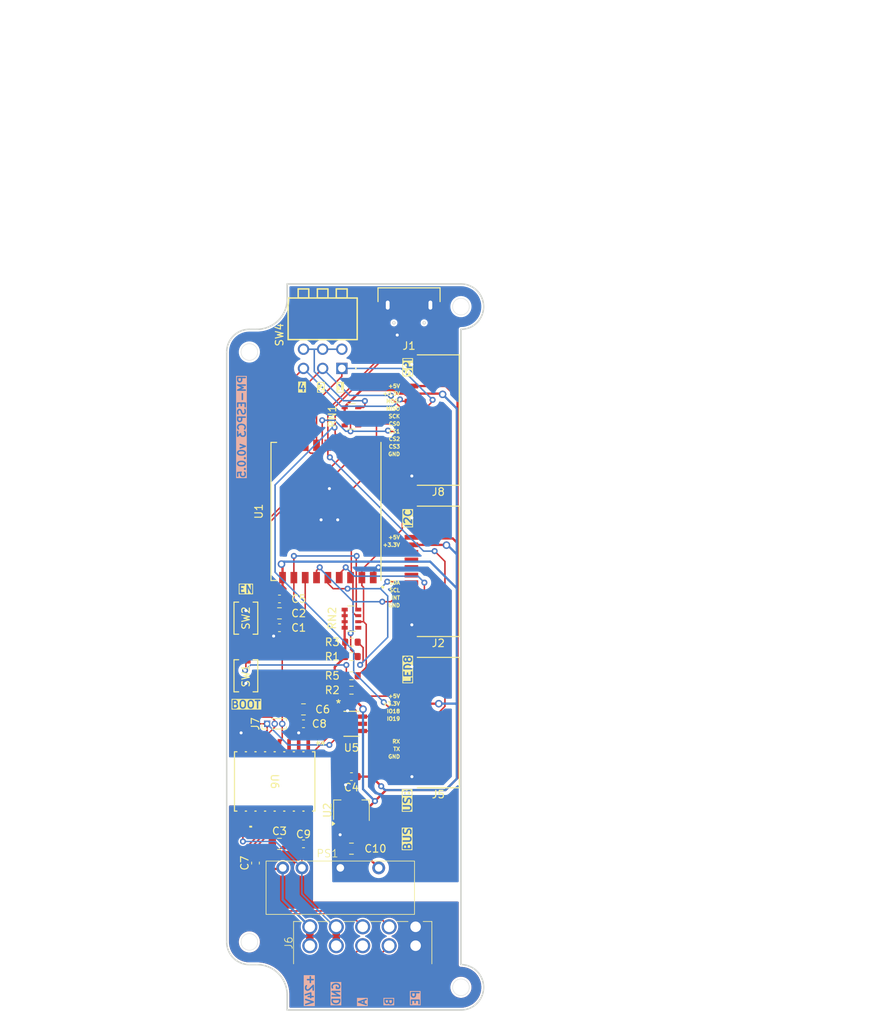
<source format=kicad_pcb>
(kicad_pcb (version 20240108) (generator "pcbnew") (generator_version "8.0")
  (title_block (title "${article} v${version}"))
  (layers (0 "F.Cu" signal) (31 "B.Cu" signal) (34 "B.Paste" user) (35 "F.Paste" user) (36 "B.SilkS" user "B.Silkscreen") (37 "F.SilkS" user "F.Silkscreen") (38 "B.Mask" user) (39 "F.Mask" user) (44 "Edge.Cuts" user))
  (property "article" "PM-ESPC3")
  (property "version" "0.0.5")
  (net 0 "")
  (net 1 "/EN")
  (net 2 "GND")
  (net 4 "/SCL")
  (net 5 "/SDA")
  (net 6 "/USB_D+")
  (net 7 "/USB_D-")
  (net 8 "+5V")
  (net 9 "+3.3V")
  (net 10 "/SCK")
  (net 11 "/CS0")
  (net 12 "/MOSI")
  (net 13 "/MISO")
  (net 14 "/CS1")
  (net 18 "Net-(J5-Pin_2)")
  (net 19 "/UART_RX")
  (net 20 "/UART_TX")
  (net 21 "/B")
  (net 22 "/A")
  (net 23 "/INT")
  (net 24 "/CS2")
  (net 25 "/CS3")
  (net 26 "Net-(J5-Pin_3)")
  (net 27 "GND_ISO")
  (net 31 "Net-(J5-Pin_9)")
  (net 32 "/UART_RTS")
  (net 37 "+3.3V_ISO")
  (net 38 "+24V_ISO")
  (net 39 "PE")
  (net 40 "Net-(RN1A-R1.2)")
  (net 41 "Net-(R5-Pad1)")
  (footprint "kicad_inventree_lib:SW_TS-1088_XNP-M" (layer "F.Cu") (at 48.54 96.19 -90)
    (property "Reference" "SW2")
    (property "Value" "Button")
  )
  (footprint "kicad_inventree_lib:ESP32-C3-WROOM-02U_EXP" (layer "F.Cu") (at 59.14 82.08 90)
    (property "Reference" "U1")
    (property "Value" "ESP32-C3-WROOM-02U-N4")
  )
  (footprint "Capacitor_SMD:C_0603_1608Metric" (layer "F.Cu") (at 56.16 110.16 180)
    (property "Reference" "C8")
    (property "Value" "100nF")
  )
  (footprint "Capacitor_SMD:C_0603_1608Metric" (layer "F.Cu") (at 52.985 97.46 180)
    (property "Reference" "C1")
    (property "Value" "1uF")
  )
  (footprint "kicad_inventree_lib:DA03BLP" (layer "F.Cu") (at 61.24 63.17 180)
    (property "Reference" "SW4")
    (property "Value" "DIP 3 pos" (hide yes))
  )
  (footprint "Package_TO_SOT_SMD:SOT-89-3" (layer "F.Cu") (at 62.51 121.59 90)
    (property "Reference" "U2")
    (property "Value" "CJA1117B-3.3")
  )
  (footprint "kicad_inventree_lib:CONN5_H83-S1S_XKB" (layer "F.Cu") (at 71.43 57.6518 180)
    (property "Reference" "J1")
    (property "Value" "U254-051T-4BH83-S1S")
    (fp_circle (center 3.299972 0.504008) (end 3.469972 0.504008) (stroke (width 0.1)) (fill none) (layer "Edge.Cuts"))
    (fp_circle (center -0.700028 0.504008) (end -0.530028 0.504008) (stroke (width 0.1)) (fill none) (layer "Edge.Cuts"))
  )
  (footprint "Capacitor_SMD:C_0603_1608Metric" (layer "F.Cu") (at 52.985 93.65 180)
    (property "Reference" "C5")
    (property "Value" "1uF")
  )
  (footprint "Resistor_SMD:R_Array_Convex_4x0603" (layer "F.Cu") (at 62.51 96.26)
    (property "Reference" "RN2")
    (property "Value" "10k")
  )
  (footprint "Capacitor_SMD:C_0805_2012Metric" (layer "F.Cu") (at 62.51 126.67 180)
    (property "Reference" "C10")
    (property "Value" "10uF")
  )
  (footprint "kicad_inventree_lib:SOIC16-WBW_CLG" (layer "F.Cu") (at 52.35 117.78 -90)
    (property "Reference" "U6")
    (property "Value" "CA-IS3098W")
  )
  (footprint "kicad_inventree_lib:MountingHole_M2" (layer "F.Cu") (at 49 139)
    (property "Reference" "H2" (hide yes))
    (property "Value" "MountingHole_M2")
    (fp_circle (center 0 0) (end 1.1 0) (stroke (width 0.05)) (fill none) (layer "Edge.Cuts"))
  )
  (footprint "kicad_inventree_lib:CONN10_AFA07-S10_JUS" (layer "F.Cu") (at 74 70 90)
    (property "Reference" "J8")
    (property "Value" "AFA07-S10FCC-00")
  )
  (footprint "Capacitor_SMD:C_0603_1608Metric" (layer "F.Cu") (at 62.51 117.145 180)
    (property "Reference" "C4")
    (property "Value" "22uF")
  )
  (footprint "kicad_inventree_lib:15EDGRHC-THR-3.5-10P" (layer "F.Cu") (at 64 137)
    (property "Reference" "J6")
    (property "Value" "15EDGRHC-THR-3.5-10P")
  )
  (footprint "Resistor_SMD:R_0603_1608Metric" (layer "F.Cu") (at 62.51 99.365)
    (property "Reference" "R3")
    (property "Value" "3k3")
  )
  (footprint "Capacitor_SMD:C_0805_2012Metric" (layer "F.Cu") (at 52.985 126.035)
    (property "Reference" "C3")
    (property "Value" "10uF")
  )
  (footprint "kicad_inventree_lib:DBV6-M" (layer "F.Cu") (at 62.51 110.16)
    (property "Reference" "U5")
    (property "Value" "SN74LVC2G14DBVR")
  )
  (footprint "Capacitor_SMD:C_0603_1608Metric" (layer "F.Cu") (at 56.16 126.035 180)
    (property "Reference" "C9")
    (property "Value" "100nF")
  )
  (footprint "Capacitor_SMD:C_0805_2012Metric" (layer "F.Cu") (at 56.16 108.255 180)
    (property "Reference" "C6")
    (property "Value" "10uF")
  )
  (footprint "kicad_inventree_lib:MountingHole_M2" (layer "F.Cu") (at 77 145)
    (property "Reference" "H4" (hide yes))
    (property "Value" "MountingHole_M2")
    (fp_circle (center 0 0) (end 1.1 0) (stroke (width 0.05)) (fill none) (layer "Edge.Cuts"))
  )
  (footprint "kicad_inventree_lib:CONN10_AFA07-S10_JUS" (layer "F.Cu") (at 74 110 90)
    (property "Reference" "J5")
    (property "Value" "AFA07-S10FCC-00")
  )
  (footprint "Resistor_SMD:R_0603_1608Metric" (layer "F.Cu") (at 62.51 101.27)
    (property "Reference" "R1")
    (property "Value" "3k3")
  )
  (footprint "Capacitor_SMD:C_0805_2012Metric" (layer "F.Cu") (at 52.985 95.555 180)
    (property "Reference" "C2")
    (property "Value" "10uF")
  )
  (footprint "kicad_inventree_lib:SW_TS-1088_XNP-M" (layer "F.Cu") (at 48.54 103.81 90)
    (property "Reference" "SW1")
    (property "Value" "Button")
  )
  (footprint "Connector_PinHeader_1.00mm:PinHeader_1x03_P1.00mm_Vertical" (layer "F.Cu") (at 51.35 110.16 90)
    (property "Reference" "J7")
    (property "Value" "PinHeader_01x03_P1.00_THT_straight")
  )
  (footprint "kicad_inventree_lib:B2405LS-1WR3" (layer "F.Cu") (at 61.0368 129.21)
    (property "Reference" "PS1")
    (property "Value" "24V/5V")
  )
  (footprint "Resistor_SMD:R_0603_1608Metric" (layer "F.Cu") (at 62.51 105.715)
    (property "Reference" "R2")
    (property "Value" "330R")
  )
  (footprint "kicad_inventree_lib:CONN10_AFA07-S10_JUS" (layer "F.Cu") (at 74 90 90)
    (property "Reference" "J2")
    (property "Value" "AFA07-S10FCC-00")
  )
  (footprint "Resistor_SMD:R_0603_1608Metric" (layer "F.Cu") (at 62.51 103.81)
    (property "Reference" "R5")
    (property "Value" "330R")
  )
  (footprint "kicad_inventree_lib:MountingHole_M2" (layer "F.Cu") (at 77 55)
    (property "Reference" "H3" (hide yes))
    (property "Value" "MountingHole_M2")
    (fp_circle (center 0 0) (end 1.1 0) (stroke (width 0.05)) (fill none) (layer "Edge.Cuts"))
  )
  (footprint "Resistor_SMD:R_Array_Convex_4x0603" (layer "F.Cu") (at 62.51 69.52)
    (property "Reference" "RN1")
    (property "Value" "10k")
  )
  (footprint "kicad_inventree_lib:MountingHole_M2" (layer "F.Cu") (at 49 61)
    (property "Reference" "H1" (hide yes))
    (property "Value" "MountingHole_M2")
    (fp_circle (center 0 0) (end 1.1 0) (stroke (width 0.05)) (fill none) (layer "Edge.Cuts"))
  )
  (footprint "Capacitor_SMD:C_0603_1608Metric" (layer "F.Cu") (at 49.81 128.575 90)
    (property "Reference" "C7")
    (property "Value" "1uF")
  )
  (gr_arc (start 49 142) (mid 46.87868 141.12132) (end 46 139) (stroke (width 0.2)) (layer "Edge.Cuts"))
  (gr_arc (start 54 54) (mid 52.828427 56.828427) (end 50 58) (stroke (width 0.2)) (layer "Edge.Cuts"))
  (gr_line (start 54 148) (end 54 146) (stroke (width 0.2)) (layer "Edge.Cuts"))
  (gr_line (start 50 58) (end 49 58) (stroke (width 0.2)) (layer "Edge.Cuts"))
  (gr_line (start 50 142) (end 49 142) (stroke (width 0.2)) (layer "Edge.Cuts"))
  (gr_arc (start 46 61) (mid 46.87868 58.87868) (end 49 58) (stroke (width 0.2)) (layer "Edge.Cuts"))
  (gr_arc (start 50 142) (mid 52.828427 143.171573) (end 54 146) (stroke (width 0.2)) (layer "Edge.Cuts"))
  (gr_line (start 54 52) (end 54 54) (stroke (width 0.2)) (layer "Edge.Cuts"))
  (gr_line (start 77 142) (end 77 58) (stroke (width 0.2)) (layer "Edge.Cuts"))
  (gr_arc (start 77 142) (mid 80 145) (end 77 148) (stroke (width 0.2)) (layer "Edge.Cuts"))
  (gr_line (start 46 61) (end 46 139) (stroke (width 0.2)) (layer "Edge.Cuts"))
  (gr_line (start 77 52) (end 54 52) (stroke (width 0.2)) (layer "Edge.Cuts"))
  (gr_line (start 77 148) (end 54 148) (stroke (width 0.2)) (layer "Edge.Cuts"))
  (gr_arc (start 77 52) (mid 80 55) (end 77 58) (stroke (width 0.2)) (layer "Edge.Cuts"))
  (gr_text "B" (at 67.5 147.5 90) (layer "B.SilkS" knockout) (effects (font (size 1 1) (thickness 0.2) (bold yes)) (justify right mirror)))
  (gr_text "PE" (at 71 147.5 90) (layer "B.SilkS" knockout) (effects (font (size 1 1) (thickness 0.2) (bold yes)) (justify right mirror)))
  (gr_text "${article} v${version}" (at 48 64 90) (layer "B.SilkS" knockout) (effects (font (size 1 1) (thickness 0.2) (bold yes)) (justify left mirror)))
  (gr_text "GND" (at 60.5 147.5 90) (layer "B.SilkS" knockout) (effects (font (size 1 1) (thickness 0.2) (bold yes)) (justify right mirror)))
  (gr_text "+24V" (at 57 147.5 90) (layer "B.SilkS" knockout) (effects (font (size 1 1) (thickness 0.2) (bold yes)) (justify right mirror)))
  (gr_text "A" (at 64 147.5 90) (layer "B.SilkS" knockout) (effects (font (size 1 1) (thickness 0.2) (bold yes)) (justify right mirror)))
  (gr_text "CS3" (at 69 73.5 0) (layer "F.SilkS") (effects (font (size 0.5 0.5) (thickness 0.125) (bold yes)) (justify right)))
  (gr_text "SCK" (at 69 69.5 0) (layer "F.SilkS") (effects (font (size 0.5 0.5) (thickness 0.125) (bold yes)) (justify right)))
  (gr_text "INT" (at 69 93.5 0) (layer "F.SilkS") (effects (font (size 0.5 0.5) (thickness 0.125) (bold yes)) (justify right)))
  (gr_text "IO19" (at 69 109.5 0) (layer "F.SilkS") (effects (font (size 0.5 0.5) (thickness 0.125) (bold yes)) (justify right)))
  (gr_text "+3.3V" (at 69 107.5 0) (layer "F.SilkS") (effects (font (size 0.5 0.5) (thickness 0.125) (bold yes)) (justify right)))
  (gr_text "LED8" (at 70 103 90) (layer "F.SilkS" knockout) (effects (font (size 1 1) (thickness 0.2) (bold yes))))
  (gr_text "EN" (at 48.54 92.38 0) (layer "F.SilkS" knockout) (effects (font (size 1 1) (thickness 0.2) (bold yes))))
  (gr_text "TX" (at 69 113.5 0) (layer "F.SilkS") (effects (font (size 0.5 0.5) (thickness 0.125) (bold yes)) (justify right)))
  (gr_text "I2C" (at 70 83 90) (layer "F.SilkS" knockout) (effects (font (size 1 1) (thickness 0.2) (bold yes))))
  (gr_text "BOOT" (at 48.54 107.62 0) (layer "F.SilkS" knockout) (effects (font (size 1 1) (thickness 0.2) (bold yes))))
  (gr_text "+3.3V" (at 69 86.5 0) (layer "F.SilkS") (effects (font (size 0.5 0.5) (thickness 0.125) (bold yes)) (justify right)))
  (gr_text "CS2" (at 69 72.5 0) (layer "F.SilkS") (effects (font (size 0.5 0.5) (thickness 0.125) (bold yes)) (justify right)))
  (gr_text "4" (at 55.95 65.71 0) (layer "F.SilkS" knockout) (effects (font (size 1 1) (thickness 0.2) (bold yes))))
  (gr_text "USB" (at 69.92 120.32 90) (layer "F.SilkS" knockout) (effects (font (size 1 1) (thickness 0.2) (bold yes))))
  (gr_text "GND" (at 69 94.5 0) (layer "F.SilkS") (effects (font (size 0.5 0.5) (thickness 0.125) (bold yes)) (justify right)))
  (gr_text "SDA" (at 69 91.5 0) (layer "F.SilkS") (effects (font (size 0.5 0.5) (thickness 0.125) (bold yes)) (justify right)))
  (gr_text "+5V" (at 69 85.5 0) (layer "F.SilkS") (effects (font (size 0.5 0.5) (thickness 0.125) (bold yes)) (justify right)))
  (gr_text "+3.3V" (at 69 66.5 0) (layer "F.SilkS") (effects (font (size 0.5 0.5) (thickness 0.125) (bold yes)) (justify right)))
  (gr_text "2" (at 58.49 65.71 0) (layer "F.SilkS" knockout) (effects (font (size 1 1) (thickness 0.2) (bold yes))))
  (gr_text "SPI" (at 70 63 90) (layer "F.SilkS" knockout) (effects (font (size 1 1) (thickness 0.2) (bold yes))))
  (gr_text "MISO" (at 69 68.5 0) (layer "F.SilkS") (effects (font (size 0.5 0.5) (thickness 0.125) (bold yes)) (justify right)))
  (gr_text "MOSI" (at 69 67.5 0) (layer "F.SilkS") (effects (font (size 0.5 0.5) (thickness 0.125) (bold yes)) (justify right)))
  (gr_text "IO18" (at 69 108.5 0) (layer "F.SilkS") (effects (font (size 0.5 0.5) (thickness 0.125) (bold yes)) (justify right)))
  (gr_text "SCL" (at 69 92.5 0) (layer "F.SilkS") (effects (font (size 0.5 0.5) (thickness 0.125) (bold yes)) (justify right)))
  (gr_text "+5V" (at 69 106.5 0) (layer "F.SilkS") (effects (font (size 0.5 0.5) (thickness 0.125) (bold yes)) (justify right)))
  (gr_text "CS0" (at 69 70.5 0) (layer "F.SilkS") (effects (font (size 0.5 0.5) (thickness 0.125) (bold yes)) (justify right)))
  (gr_text "GND" (at 69 114.5 0) (layer "F.SilkS") (effects (font (size 0.5 0.5) (thickness 0.125) (bold yes)) (justify right)))
  (gr_text "CS1" (at 69 71.5 0) (layer "F.SilkS") (effects (font (size 0.5 0.5) (thickness 0.125) (bold yes)) (justify right)))
  (gr_text "+5V" (at 69 65.5 0) (layer "F.SilkS") (effects (font (size 0.5 0.5) (thickness 0.125) (bold yes)) (justify right)))
  (gr_text "BUS" (at 69.92 125.4 90) (layer "F.SilkS" knockout) (effects (font (size 1 1) (thickness 0.2) (bold yes))))
  (gr_text "GND" (at 69 74.5 0) (layer "F.SilkS") (effects (font (size 0.5 0.5) (thickness 0.125) (bold yes)) (justify right)))
  (gr_text "RX" (at 69 112.5 0) (layer "F.SilkS") (effects (font (size 0.5 0.5) (thickness 0.125) (bold yes)) (justify right)))
  (gr_text "1" (at 61.03 65.71 0) (layer "F.SilkS" knockout) (effects (font (size 1 1) (thickness 0.2) (bold yes))))
  (segment (start 49.464 98.476) (end 48.54 98.476) (width 0.2) (layer "F.Cu") (net 1))
  (segment (start 54.89 87.9691) (end 54.89 96.33) (width 0.2) (layer "F.Cu") (net 1))
  (segment (start 53.76 98.0119) (end 52.5059 99.266) (width 0.2) (layer "F.Cu") (net 1))
  (segment (start 54.89 96.33) (end 53.76 97.46) (width 0.2) (layer "F.Cu") (net 1))
  (segment (start 63.1928 87.9691) (end 63.1438 88.0181) (width 0.2) (layer "F.Cu") (net 1))
  (segment (start 53.76 97.46) (end 53.76 98.0119) (width 0.2) (layer "F.Cu") (net 1))
  (segment (start 63.1438 94.7938) (end 63.41 95.06) (width 0.2) (layer "F.Cu") (net 1))
  (segment (start 50.254 99.266) (end 49.464 98.476) (width 0.2) (layer "F.Cu") (net 1))
  (segment (start 63.1438 88.0181) (end 63.1438 94.7938) (width 0.2) (layer "F.Cu") (net 1))
  (segment (start 52.5059 99.266) (end 50.254 99.266) (width 0.2) (layer "F.Cu") (net 1))
  (via (at 54.89 87.9691) (size 0.8) (drill 0.4) (layers "F.Cu" "B.Cu") (net 1))
  (via (at 63.1928 87.9691) (size 0.8) (drill 0.4) (layers "F.Cu" "B.Cu") (net 1))
  (segment (start 63.1928 87.9691) (end 54.89 87.9691) (width 0.2) (layer "B.Cu") (net 1))
  (segment (start 59.59 81.12) (end 59.59 80.02) (width 0.2) (layer "F.Cu") (net 2))
  (segment (start 70.444 77.3422) (end 70.4969 77.3951) (width 0.2) (layer "F.Cu") (net 2))
  (segment (start 52.21 97.46) (end 52.21 98.561) (width 0.2) (layer "F.Cu") (net 2))
  (segment (start 70.8137 102.922) (end 70.8137 103.15) (width 0.2) (layer "F.Cu") (net 2))
  (segment (start 55.385 109.525) (end 55.385 107.62) (width 0.2) (layer "F.Cu") (net 2))
  (segment (start 70.5003 94.5563) (end 70.444 94.5) (width 0.2) (layer "F.Cu") (net 2))
  (segment (start 70.5894 82.9257) (end 70.5003 82.9257) (width 0.2) (layer "F.Cu") (net 2))
  (segment (start 72.614 83.15) (end 70.8137 83.15) (width 0.2) (layer "F.Cu") (net 2))
  (segment (start 60.69 83.1897) (end 60.69 82.22) (width 0.2) (layer "F.Cu") (net 2))
  (segment (start 70.8137 103.15) (end 72.614 103.15) (width 0.2) (layer "F.Cu") (net 2))
  (segment (start 68.568 58.7579) (end 68.8301 58.4958) (width 0.2) (layer "F.Cu") (net 2))
  (segment (start 71.6474 114.5) (end 71.6474 114.988) (width 0.2) (layer "F.Cu") (net 2))
  (segment (start 67.305 55.9495) (end 67.03 56.2245) (width 0.2) (layer "F.Cu") (net 2))
  (segment (start 58.49 83.1898) (end 58.49 82.22) (width 0.2) (layer "F.Cu") (net 2))
  (segment (start 48.54 95.1876) (end 48.54 93.904) (width 0.2) (layer "F.Cu") (net 2))
  (segment (start 70.722998 96.850002) (end 72.614001 96.850002) (width 0.2) (layer "F.Cu") (net 2))
  (segment (start 47.905 112.903) (end 47.905 112.9032) (width 0.2) (layer "F.Cu") (net 2))
  (segment (start 71.1208 115.119) (end 70.5119 115.728) (width 0.2) (layer "F.Cu") (net 2))
  (segment (start 68.8301 58.4958) (end 68.8301 57.4729) (width 0.2) (layer "F.Cu") (net 2))
  (segment (start 70.444 74.499991) (end 70.444 77.3422) (width 0.2) (layer "F.Cu") (net 2))
  (segment (start 52.21 95.555) (end 52.21 93.65) (width 0.2) (layer "F.Cu") (net 2))
  (segment (start 61.0432 110.16) (end 61.9355 110.16) (width 0.2) (layer "F.Cu") (net 2))
  (segment (start 58.49 82.22) (end 58.49 81.12) (width 0.2) (layer "F.Cu") (net 2))
  (segment (start 61.01 124.83) (end 61.735 125.555) (width 0.2) (layer "F.Cu") (net 2))
  (segment (start 60.69 81.12) (end 60.69 80.02) (width 0.2) (layer "F.Cu") (net 2))
  (segment (start 70.5003 97.0727) (end 70.722998 96.850002) (width 0.2) (layer "F.Cu") (net 2))
  (segment (start 70.444 114.5) (end 71.6474 114.5) (width 0.2) (layer "F.Cu") (net 2))
  (segment (start 47.905 111.357) (end 47.905 112.903) (width 0.2) (layer "F.Cu") (net 2))
  (segment (start 71.5158 115.119) (end 71.1208 115.119) (width 0.2) (layer "F.Cu") (net 2))
  (segment (start 55.525 112.903) (end 55.525 112.9032) (width 0.2) (layer "F.Cu") (net 2))
  (segment (start 71.6474 114.988) (end 71.5158 115.119) (width 0.2) (layer "F.Cu") (net 2))
  (segment (start 70.8137 116.85) (end 72.614 116.85) (width 0.2) (layer "F.Cu") (net 2))
  (segment (start 61.9355 110.16) (end 61.996 110.1) (width 0.2) (layer "F.Cu") (net 2))
  (segment (start 48.54 104.812) (end 48.54 106.096) (width 0.2) (layer "F.Cu") (net 2))
  (segment (start 61.01 124.83) (end 61.01 123.54) (width 0.2) (layer "F.Cu") (net 2))
  (segment (start 70.8137 62.9586) (end 70.8137 63.15) (width 0.2) (layer "F.Cu") (net 2))
  (segment (start 70.5003 97.0727) (end 70.5003 94.5563) (width 0.2) (layer "F.Cu") (net 2))
  (segment (start 59.59 80.02) (end 59.59 79.0624) (width 0.2) (layer "F.Cu") (net 2))
  (segment (start 67.03 56.2245) (end 67.03 57.3478) (width 0.2) (layer "F.Cu") (net 2))
  (segment (start 55.525 111.355) (end 55.525 112.903) (width 0.2) (layer "F.Cu") (net 2))
  (segment (start 59.59 82.22) (end 59.59 81.12) (width 0.2) (layer "F.Cu") (net 2))
  (segment (start 73.23 56.2245) (end 73.23 57.3478) (width 0.2) (layer "F.Cu") (net 2))
  (segment (start 72.955 54.7978) (end 72.955 55.9495) (width 0.2) (layer "F.Cu") (net 2))
  (segment (start 72.955 55.9495) (end 73.23 56.2245) (width 0.2) (layer "F.Cu") (net 2))
  (segment (start 70.4969 62.6418) (end 70.8137 62.9586) (width 0.2) (layer "F.Cu") (net 2))
  (segment (start 70.8137 63.15) (end 72.614 63.15) (width 0.2) (layer "F.Cu") (net 2))
  (segment (start 65.39 90.83) (end 65.39 90.1818) (width 0.2) (layer "F.Cu") (net 2))
  (segment (start 52.21 97.46) (end 52.21 95.555) (width 0.2) (layer "F.Cu") (net 2))
  (segment (start 70.5119 117.152) (end 70.8137 116.85) (width 0.2) (layer "F.Cu") (net 2))
  (segment (start 70.4969 77.3951) (end 72.068903 77.3951) (width 0.2) (layer "F.Cu") (net 2))
  (segment (start 55.385 111.215) (end 55.385 109.525) (width 0.2) (layer "F.Cu") (net 2))
  (segment (start 70.5119 115.728) (end 70.5119 117.152) (width 0.2) (layer "F.Cu") (net 2))
  (segment (start 58.49 81.12) (end 58.49 80.02) (width 0.2) (layer "F.Cu") (net 2))
  (segment (start 60.69 82.22) (end 60.69 81.12) (width 0.2) (layer "F.Cu") (net 2))
  (segment (start 61.735 125.555) (end 61.735 126.67) (width 0.2) (layer "F.Cu") (net 2))
  (segment (start 70.8137 83.15) (end 70.5894 82.9257) (width 0.2) (layer "F.Cu") (net 2))
  (segment (start 72.068903 77.3951) (end 72.614001 76.850002) (width 0.2) (layer "F.Cu") (net 2))
  (segment (start 61.735 118.228) (end 61.735 117.145) (width 0.2) (layer "F.Cu") (net 2))
  (segment (start 70.5003 97.0727) (end 70.591 97.0727) (width 0.2) (layer "F.Cu") (net 2))
  (segment (start 61.996 110.1) (end 61.996 108.434) (width 0.2) (layer "F.Cu") (net 2))
  (segment (start 65.39 90.1818) (end 66.0883 89.4835) (width 0.2) (layer "F.Cu") (net 2))
  (segment (start 70.4969 102.605) (end 70.8137 102.922) (width 0.2) (layer "F.Cu") (net 2))
  (segment (start 55.525 111.355) (end 55.385 111.215) (width 0.2) (layer "F.Cu") (net 2))
  (segment (start 67.305 54.7978) (end 67.305 55.9495) (width 0.2) (layer "F.Cu") (net 2))
  (via (at 70.4969 62.6418) (size 0.8) (drill 0.4) (layers "F.Cu" "B.Cu") (net 2))
  (via (at 52.21 98.561) (size 0.8) (drill 0.4) (layers "F.Cu" "B.Cu") (net 2))
  (via (at 59.59 79.0624) (size 0.8) (drill 0.4) (layers "F.Cu" "B.Cu") (net 2))
  (via (at 70.4969 102.605) (size 0.8) (drill 0.4) (layers "F.Cu" "B.Cu") (net 2))
  (via (at 47.905 111.357) (size 0.8) (drill 0.4) (layers "F.Cu" "B.Cu") (net 2))
  (via (at 48.54 104.812) (size 0.8) (drill 0.4) (layers "F.Cu" "B.Cu") (net 2))
  (via (at 70.4969 77.3951) (size 0.8) (drill 0.4) (layers "F.Cu" "B.Cu") (net 2))
  (via (at 70.5003 82.9257) (size 0.8) (drill 0.4) (layers "F.Cu" "B.Cu") (net 2))
  (via (at 60.69 83.1897) (size 0.8) (drill 0.4) (layers "F.Cu" "B.Cu") (net 2))
  (via (at 61.01 124.83) (size 0.8) (drill 0.4) (layers "F.Cu" "B.Cu") (net 2))
  (via (at 48.54 95.1876) (size 0.8) (drill 0.4) (layers "F.Cu" "B.Cu") (net 2))
  (via (at 66.0883 89.4835) (size 0.8) (drill 0.4) (layers "F.Cu" "B.Cu") (net 2))
  (via (at 55.525 111.355) (size 0.8) (drill 0.4) (layers "F.Cu" "B.Cu") (net 2))
  (via (at 68.568 58.7579) (size 0.8) (drill 0.4) (layers "F.Cu" "B.Cu") (net 2))
  (via (at 58.49 83.1898) (size 0.8) (drill 0.4) (layers "F.Cu" "B.Cu") (net 2))
  (via (at 70.5003 97.0727) (size 0.8) (drill 0.4) (layers "F.Cu" "B.Cu") (net 2))
  (via (at 61.996 108.434) (size 0.8) (drill 0.4) (layers "F.Cu" "B.Cu") (net 2))
  (via (at 70.5119 117.152) (size 0.8) (drill 0.4) (layers "F.Cu" "B.Cu") (net 2))
  (via (at 61.735 118.228) (size 0.8) (drill 0.4) (layers "F.Cu" "B.Cu") (net 2))
  (segment (start 62.4059 100.341) (end 62.4059 98.1861) (width 0.2) (layer "F.Cu") (net 4))
  (segment (start 57.89 89.8967) (end 58.3122 89.4745) (width 0.2) (layer "F.Cu") (net 4))
  (segment (start 69.2406 92.5) (end 70.444 92.5) (width 0.2) (layer "F.Cu") (net 4))
  (segment (start 66.5903 94.017) (end 67.7236 94.017) (width 0.2) (layer "F.Cu") (net 4))
  (segment (start 63.335 101.27) (end 62.4059 100.341) (width 0.2) (layer "F.Cu") (net 4))
  (segment (start 67.7236 94.017) (end 69.2406 92.5) (width 0.2) (layer "F.Cu") (net 4))
  (segment (start 57.89 90.83) (end 57.89 89.8967) (width 0.2) (layer "F.Cu") (net 4))
  (via (at 62.4059 98.1861) (size 0.8) (drill 0.4) (layers "F.Cu" "B.Cu") (net 4))
  (via (at 58.3122 89.4745) (size 0.8) (drill 0.4) (layers "F.Cu" "B.Cu") (net 4))
  (via (at 66.5903 94.017) (size 0.8) (drill 0.4) (layers "F.Cu" "B.Cu") (net 4))
  (segment (start 62.7312 94.017) (end 62.7312 97.8608) (width 0.2) (layer "B.Cu") (net 4))
  (segment (start 62.7312 94.017) (end 66.5903 94.017) (width 0.2) (layer "B.Cu") (net 4))
  (segment (start 62.7312 97.8608) (end 62.4059 98.1861) (width 0.2) (layer "B.Cu") (net 4))
  (segment (start 58.3122 89.598) (end 62.7312 94.017) (width 0.2) (layer "B.Cu") (net 4))
  (segment (start 58.3122 89.4745) (end 58.3122 89.598) (width 0.2) (layer "B.Cu") (net 4))
  (segment (start 69.2406 91.5) (end 69.1127 91.3721) (width 0.2) (layer "F.Cu") (net 5))
  (segment (start 60.091 92.291) (end 61.9974 92.291) (width 0.2) (layer "F.Cu") (net 5))
  (segment (start 63.335 99.365) (end 64.0543 100.084) (width 0.2) (layer "F.Cu") (net 5))
  (segment (start 69.1127 91.3721) (end 67.2516 91.3721) (width 0.2) (layer "F.Cu") (net 5))
  (segment (start 64.0543 100.084) (end 64.0543 101.97) (width 0.2) (layer "F.Cu") (net 5))
  (segment (start 59.39 91.59) (end 60.091 92.291) (width 0.2) (layer "F.Cu") (net 5))
  (segment (start 70.444 91.5) (end 69.2406 91.5) (width 0.2) (layer "F.Cu") (net 5))
  (segment (start 59.39 90.83) (end 59.39 91.59) (width 0.2) (layer "F.Cu") (net 5))
  (segment (start 64.0543 101.97) (end 63.6559 102.369) (width 0.2) (layer "F.Cu") (net 5))
  (via (at 61.9974 92.291) (size 0.8) (drill 0.4) (layers "F.Cu" "B.Cu") (net 5))
  (via (at 63.6559 102.369) (size 0.8) (drill 0.4) (layers "F.Cu" "B.Cu") (net 5))
  (via (at 67.2516 91.3721) (size 0.8) (drill 0.4) (layers "F.Cu" "B.Cu") (net 5))
  (segment (start 67.312 93.2703) (end 67.312 98.7127) (width 0.2) (layer "B.Cu") (net 5))
  (segment (start 67.312 98.7127) (end 63.6559 102.369) (width 0.2) (layer "B.Cu") (net 5))
  (segment (start 66.3327 92.291) (end 67.2516 91.3721) (width 0.2) (layer "B.Cu") (net 5))
  (segment (start 61.9974 92.291) (end 66.3327 92.291) (width 0.2) (layer "B.Cu") (net 5))
  (segment (start 66.3327 92.291) (end 67.312 93.2703) (width 0.2) (layer "B.Cu") (net 5))
  (segment (start 68.96315 59.468) (end 68.567314 59.468) (width 0.2) (layer "F.Cu") (net 6))
  (segment (start 74.88 107.8582) (end 73.2382 109.5) (width 0.2) (layer "F.Cu") (net 6))
  (segment (start 70.130028 57.472908) (end 70.130028 58.301122) (width 0.2) (layer "F.Cu") (net 6))
  (segment (start 68.567314 59.468) (end 59.39 68.645314) (width 0.2) (layer "F.Cu") (net 6))
  (segment (start 59.39 68.645314) (end 59.39 73.33) (width 0.2) (layer "F.Cu") (net 6))
  (segment (start 74.88 88.6901) (end 74.88 107.8582) (width 0.2) (layer "F.Cu") (net 6))
  (segment (start 73.2382 109.5) (end 70.444 109.5) (width 0.2) (layer "F.Cu") (net 6))
  (segment (start 70.130028 58.301122) (end 68.96315 59.468) (width 0.2) (layer "F.Cu") (net 6))
  (segment (start 73.5149 87.325) (end 74.88 88.6901) (width 0.2) (layer "F.Cu") (net 6))
  (segment (start 59.39 74.6646) (end 59.6517 74.9263) (width 0.2) (layer "F.Cu") (net 6))
  (segment (start 59.39 73.33) (end 59.39 74.6646) (width 0.2) (layer "F.Cu") (net 6))
  (via (at 73.5149 87.325) (size 0.8) (drill 0.4) (layers "F.Cu" "B.Cu") (net 6))
  (via (at 59.6517 74.9263) (size 0.8) (drill 0.4) (layers "F.Cu" "B.Cu") (net 6))
  (segment (start 59.6517 74.9263) (end 72.0504 87.325) (width 0.2) (layer "B.Cu") (net 6))
  (segment (start 72.0504 87.325) (end 73.5149 87.325) (width 0.2) (layer "B.Cu") (net 6))
  (segment (start 60.351 71.806) (end 60.89 72.345) (width 0.2) (layer "F.Cu") (net 7))
  (segment (start 70.780014 58.216822) (end 69.128836 59.868) (width 0.2) (layer "F.Cu") (net 7))
  (segment (start 69.128836 59.868) (end 68.733 59.868) (width 0.2) (layer "F.Cu") (net 7))
  (segment (start 68.733 59.868) (end 60.351 68.25) (width 0.2) (layer "F.Cu") (net 7))
  (segment (start 67.9796 108.5) (end 66.7796 107.3) (width 0.2) (layer "F.Cu") (net 7))
  (segment (start 70.444 108.5) (end 67.9796 108.5) (width 0.2) (layer "F.Cu") (net 7))
  (segment (start 70.780014 57.472908) (end 70.780014 58.216822) (width 0.2) (layer "F.Cu") (net 7))
  (segment (start 60.351 68.25) (end 60.351 71.806) (width 0.2) (layer "F.Cu") (net 7))
  (segment (start 60.272725 71.059125) (end 60.351 71.1374) (width 0.2) (layer "F.Cu") (net 7))
  (segment (start 60.272725 70.995275) (end 60.272725 71.059125) (width 0.2) (layer "F.Cu") (net 7))
  (segment (start 60.89 72.345) (end 60.89 73.33) (width 0.2) (layer "F.Cu") (net 7))
  (via (at 60.272725 70.995275) (size 0.8) (drill 0.4) (layers "F.Cu" "B.Cu") (net 7))
  (via (at 66.7796 107.3) (size 0.8) (drill 0.4) (layers "F.Cu" "B.Cu") (net 7))
  (segment (start 62.8029 103.323) (end 66.7796 107.3) (width 0.2) (layer "B.Cu") (net 7))
  (segment (start 60.272725 70.995275) (end 59.987925 70.995275) (width 0.2) (layer "B.Cu") (net 7))
  (segment (start 52.4031 90.1195) (end 62.8029 100.519) (width 0.2) (layer "B.Cu") (net 7))
  (segment (start 62.8029 100.519) (end 62.8029 103.323) (width 0.2) (layer "B.Cu") (net 7))
  (segment (start 59.987925 70.995275) (end 52.4031 78.5801) (width 0.2) (layer "B.Cu") (net 7))
  (segment (start 52.4031 78.5801) (end 52.4031 90.1195) (width 0.2) (layer "B.Cu") (net 7))
  (segment (start 70.444 85.500009) (end 70.592991 85.649) (width 0.3) (layer "F.Cu") (net 8))
  (segment (start 64.01 123.852) (end 63.46 124.402) (width 0.3) (layer "F.Cu") (net 8))
  (segment (start 64.01 123.54) (end 64.01 121.992943) (width 0.3) (layer "F.Cu") (net 8))
  (segment (start 65.620471 120.382472) (end 65.620471 120.382471) (width 0.3) (layer "F.Cu") (net 8))
  (segment (start 65.620472 120.382471) (end 67.079943 118.923) (width 0.3) (layer "F.Cu") (net 8))
  (segment (start 74.978009 65.500009) (end 70.444 65.500009) (width 0.3) (layer "F.Cu") (net 8))
  (segment (start 64.01 121.992943) (end 65.620471 120.382472) (width 0.3) (layer "F.Cu") (net 8))
  (segment (start 74.956 118.923) (end 76.55 117.329) (width 0.3) (layer "F.Cu") (net 8))
  (segment (start 67.079943 118.923) (end 74.956 118.923) (width 0.3) (layer "F.Cu") (net 8))
  (segment (start 76.55 67.072) (end 74.978009 65.500009) (width 0.3) (layer "F.Cu") (net 8))
  (segment (start 64.01 123.54) (end 64.01 123.852) (width 0.3) (layer "F.Cu") (net 8))
  (segment (start 63.46 124.402) (end 63.46 126.67) (width 0.3) (layer "F.Cu") (net 8))
  (segment (start 76.55 117.329) (end 76.55 67.072) (width 0.3) (layer "F.Cu") (net 8))
  (segment (start 63.5768 126.67) (end 63.46 126.67) (width 0.3) (layer "F.Cu") (net 8))
  (segment (start 66.1168 129.21) (end 63.5768 126.67) (width 0.3) (layer "F.Cu") (net 8))
  (segment (start 75.915 85.649) (end 76.55 86.284) (width 0.3) (layer "F.Cu") (net 8))
  (segment (start 65.620471 120.382471) (end 65.620472 120.382471) (width 0.3) (layer "F.Cu") (net 8))
  (segment (start 70.592991 85.649) (end 75.915 85.649) (width 0.3) (layer "F.Cu") (net 8))
  (segment (start 64.0376 108.0676) (end 64.0376 108.226) (width 0.3) (layer "F.Cu") (net 8))
  (segment (start 61.685 105.715) (end 64.0376 108.0676) (width 0.3) (layer "F.Cu") (net 8))
  (via (at 65.620471 120.382471) (size 0.8) (drill 0.4) (layers "F.Cu" "B.Cu") (net 8))
  (via (at 64.0376 108.226) (size 1) (drill 0.6) (layers "F.Cu" "B.Cu") (net 8))
  (segment (start 65.620471 120.382471) (end 64.0376 118.7996) (width 0.3) (layer "B.Cu") (net 8))
  (segment (start 64.0376 118.7996) (end 64.0376 108.226) (width 0.3) (layer "B.Cu") (net 8))
  (segment (start 63.9769 110.16) (end 63.0347 110.16) (width 0.3) (layer "F.Cu") (net 9))
  (segment (start 65.177 117.145) (end 66.447 118.415) (width 0.3) (layer "F.Cu") (net 9))
  (segment (start 74.575 66.599) (end 74.476 66.5) (width 0.3) (layer "F.Cu") (net 9))
  (segment (start 63.0347 116.895) (end 63.0347 110.16) (width 0.3) (layer "F.Cu") (net 9))
  (segment (start 74.476 66.5) (end 74.42 66.5) (width 0.3) (layer "F.Cu") (net 9))
  (segment (start 63.8352 66.0358) (end 61.61 68.261) (width 0.3) (layer "F.Cu") (net 9))
  (segment (start 56.795 111.624) (end 56.935 111.484) (width 0.3) (layer "F.Cu") (net 9))
  (segment (start 53.39 90.83) (end 53.39 91.931) (width 0.3) (layer "F.Cu") (net 9))
  (segment (start 61.685 101.27) (end 61.685 99.365) (width 0.3) (layer "F.Cu") (net 9))
  (segment (start 60.293 105.648) (end 58.9071 105.648) (width 0.3) (layer "F.Cu") (net 9))
  (segment (start 63.6423 117.145) (end 62.51 118.277) (width 0.3) (layer "F.Cu") (net 9))
  (segment (start 56.935 109.525) (end 56.935 107.62) (width 0.3) (layer "F.Cu") (net 9))
  (segment (start 70.444 107.5) (end 74.067 107.5) (width 0.3) (layer "F.Cu") (net 9))
  (segment (start 61.61 97.46) (end 61.61 96.66) (width 0.3) (layer "F.Cu") (net 9))
  (segment (start 53.39 89.1794) (end 53.39 90.83) (width 0.3) (layer "F.Cu") (net 9))
  (segment (start 61.61 68.261) (end 61.61 68.32) (width 0.3) (layer "F.Cu") (net 9))
  (segment (start 70.444 66.5) (end 68.5203 66.5) (width 0.3) (layer "F.Cu") (net 9))
  (segment (start 53.2521 89.0415) (end 53.39 89.1794) (width 0.3) (layer "F.Cu") (net 9))
  (segment (start 68.5203 66.5) (end 68.0561 66.0358) (width 0.3) (layer "F.Cu") (net 9))
  (segment (start 53.39 91.931) (end 53.76 92.301) (width 0.3) (layer "F.Cu") (net 9))
  (segment (start 60.293 105.648) (end 63.0347 108.39) (width 0.3) (layer "F.Cu") (net 9))
  (segment (start 63.285 117.145) (end 65.177 117.145) (width 0.3) (layer "F.Cu") (net 9))
  (segment (start 63.285 117.145) (end 63.0347 116.895) (width 0.3) (layer "F.Cu") (net 9))
  (segment (start 70.444 86.500007) (end 75.045007 86.500007) (width 0.3) (layer "F.Cu") (net 9))
  (segment (start 61.685 101.27) (end 60.293 102.662) (width 0.3) (layer "F.Cu") (net 9))
  (segment (start 61.61 99.29) (end 61.685 99.365) (width 0.3) (layer "F.Cu") (net 9))
  (segment (start 61.61 68.32) (end 61.61 70.72) (width 0.3) (layer "F.Cu") (net 9))
  (segment (start 68.0561 66.0358) (end 63.8352 66.0358) (width 0.3) (layer "F.Cu") (net 9))
  (segment (start 56.795 112.903) (end 56.795 111.624) (width 0.3) (layer "F.Cu") (net 9))
  (segment (start 61.61 95.06) (end 61.61 96.66) (width 0.3) (layer "F.Cu") (net 9))
  (segment (start 61.61 97.46) (end 61.61 99.29) (width 0.3) (layer "F.Cu") (net 9))
  (segment (start 62.51 118.277) (end 62.51 123.452) (width 0.3) (layer "F.Cu") (net 9))
  (segment (start 56.795 112.903) (end 56.795 112.9032) (width 0.3) (layer "F.Cu") (net 9))
  (segment (start 53.76 95.555) (end 53.76 93.65) (width 0.3) (layer "F.Cu") (net 9))
  (segment (start 56.935 111.484) (end 56.935 109.525) (width 0.3) (layer "F.Cu") (net 9))
  (segment (start 60.293 102.662) (end 60.293 105.648) (width 0.3) (layer "F.Cu") (net 9))
  (segment (start 74.419993 66.500007) (end 70.444 66.500007) (width 0.3) (layer "F.Cu") (net 9))
  (segment (start 53.76 92.301) (end 53.76 93.65) (width 0.3) (layer "F.Cu") (net 9))
  (segment (start 58.9071 105.648) (end 56.935 107.62) (width 0.3) (layer "F.Cu") (net 9))
  (segment (start 63.0347 108.39) (end 63.0347 110.16) (width 0.3) (layer "F.Cu") (net 9))
  (segment (start 62.51 123.452) (end 62.51 123.4525) (width 0.3) (layer "F.Cu") (net 9))
  (via (at 74.067 107.5) (size 1) (drill 0.6) (layers "F.Cu" "B.Cu") (net 9))
  (via (at 53.2521 89.0415) (size 1) (drill 0.6) (layers "F.Cu" "B.Cu") (net 9))
  (via (at 75.083 86.538) (size 1) (drill 0.6) (layers "F.Cu" "B.Cu") (net 9))
  (via (at 66.447 118.415) (size 0.8) (drill 0.4) (layers "F.Cu" "B.Cu") (net 9))
  (via (at 74.575 66.599) (size 1) (drill 0.6) (layers "F.Cu" "B.Cu") (net 9))
  (segment (start 72.9313 88.7191) (end 53.5745 88.7191) (width 0.3) (layer "B.Cu") (net 9))
  (segment (start 76.45 107.62) (end 76.45 117.429) (width 0.3) (layer "B.Cu") (net 9))
  (segment (start 75.083 86.538) (end 75.238 86.538) (width 0.3) (layer "B.Cu") (net 9))
  (segment (start 74.067 107.5) (end 74.074 107.493) (width 0.3) (layer "B.Cu") (net 9))
  (segment (start 66.955 118.923) (end 66.447 118.415) (width 0.3) (layer "B.Cu") (net 9))
  (segment (start 75.238 86.538) (end 76.45 87.75) (width 0.3) (layer "B.Cu") (net 9))
  (segment (start 74.956 118.923) (end 66.955 118.923) (width 0.3) (layer "B.Cu") (net 9))
  (segment (start 74.074 107.493) (end 76.323 107.493) (width 0.3) (layer "B.Cu") (net 9))
  (segment (start 76.323 107.493) (end 76.45 107.62) (width 0.3) (layer "B.Cu") (net 9))
  (segment (start 76.45 87.75) (end 76.45 68.474) (width 0.3) (layer "B.Cu") (net 9))
  (segment (start 76.45 107.62) (end 76.45 87.75) (width 0.3) (layer "B.Cu") (net 9))
  (segment (start 76.45 68.474) (end 74.575 66.599) (width 0.3) (layer "B.Cu") (net 9))
  (segment (start 53.5745 88.7191) (end 53.2521 89.0415) (width 0.3) (layer "B.Cu") (net 9))
  (segment (start 76.45 117.429) (end 74.956 118.923) (width 0.3) (layer "B.Cu") (net 9))
  (segment (start 76.45 92.2378) (end 72.9313 88.7191) (width 0.3) (layer "B.Cu") (net 9))
  (segment (start 73.2474 67.515803) (end 73.2474 67.325) (width 0.2) (layer "F.Cu") (net 10))
  (segment (start 71.263203 69.5) (end 73.2474 67.515803) (width 0.2) (layer "F.Cu") (net 10))
  (segment (start 57.89 67.5717) (end 57.89 73.33) (width 0.2) (layer "F.Cu") (net 10))
  (segment (start 61.24 63.17) (end 61.24 64.2217) (width 0.2) (layer "F.Cu") (net 10))
  (segment (start 61.24 64.2217) (end 57.89 67.5717) (width 0.2) (layer "F.Cu") (net 10))
  (segment (start 70.444 69.5) (end 71.263203 69.5) (width 0.2) (layer "F.Cu") (net 10))
  (via (at 73.2474 67.325) (size 0.8) (drill 0.4) (layers "F.Cu" "B.Cu") (net 10))
  (segment (start 61.24 63.17) (end 69.0924 63.17) (width 0.2) (layer "B.Cu") (net 10))
  (segment (start 69.0924 63.17) (end 73.2474 67.325) (width 0.2) (layer "B.Cu") (net 10))
  (segment (start 65.39 72.8045) (end 65.8208 72.3737) (width 0.2) (layer "F.Cu") (net 11))
  (segment (start 65.8208 70.8291) (end 64.1117 69.12) (width 0.2) (layer "F.Cu") (net 11))
  (segment (start 65.8208 72.3737) (end 65.8208 70.8291) (width 0.2) (layer "F.Cu") (net 11))
  (segment (start 70.444 70.5) (end 66.1499 70.5) (width 0.2) (layer "F.Cu") (net 11))
  (segment (start 64.1117 69.12) (end 63.41 69.12) (width 0.2) (layer "F.Cu") (net 11))
  (segment (start 66.1499 70.5) (end 65.8208 70.8291) (width 0.2) (layer "F.Cu") (net 11))
  (segment (start 65.39 73.33) (end 65.39 72.8045) (width 0.2) (layer "F.Cu") (net 11))
  (segment (start 70.444 67.5) (end 69.2406 67.5) (width 0.2) (layer "F.Cu") (net 12))
  (segment (start 69.0118 67.2712) (end 68.9374 67.2712) (width 0.2) (layer "F.Cu") (net 12))
  (segment (start 69.2406 67.5) (end 69.0118 67.2712) (width 0.2) (layer "F.Cu") (net 12))
  (segment (start 56.16 63.17) (end 53.39 65.94) (width 0.2) (layer "F.Cu") (net 12))
  (segment (start 53.39 65.94) (end 53.39 73.33) (width 0.2) (layer "F.Cu") (net 12))
  (via (at 68.9374 67.2712) (size 0.8) (drill 0.4) (layers "F.Cu" "B.Cu") (net 12))
  (segment (start 68.0333 68.1753) (end 68.9374 67.2712) (width 0.2) (layer "B.Cu") (net 12))
  (segment (start 56.16 63.17) (end 61.1653 68.1753) (width 0.2) (layer "B.Cu") (net 12))
  (segment (start 61.1653 68.1753) (end 68.0333 68.1753) (width 0.2) (layer "B.Cu") (net 12))
  (segment (start 67.7448 67.0708) (end 69.174 68.5) (width 0.2) (layer "F.Cu") (net 13))
  (segment (start 54.89 66.98) (end 54.89 73.33) (width 0.2) (layer "F.Cu") (net 13))
  (segment (start 69.174 68.5) (end 70.444 68.5) (width 0.2) (layer "F.Cu") (net 13))
  (segment (start 67.7448 66.7875) (end 67.7448 67.0708) (width 0.2) (layer "F.Cu") (net 13))
  (segment (start 58.7 63.17) (end 54.89 66.98) (width 0.2) (layer "F.Cu") (net 13))
  (via (at 67.7448 66.7875) (size 0.8) (drill 0.4) (layers "F.Cu" "B.Cu") (net 13))
  (segment (start 67.6978 66.7405) (end 62.2705 66.7405) (width 0.2) (layer "B.Cu") (net 13))
  (segment (start 67.7448 66.7875) (end 67.6978 66.7405) (width 0.2) (layer "B.Cu") (net 13))
  (segment (start 62.2705 66.7405) (end 58.7 63.17) (width 0.2) (layer "B.Cu") (net 13))
  (segment (start 58.6345 74.3793) (end 57.0823 74.3793) (width 0.2) (layer "F.Cu") (net 14))
  (segment (start 62.3862 70.2421) (end 62.3862 71.4806) (width 0.2) (layer "F.Cu") (net 14))
  (segment (start 58.64 70.028) (end 58.6455 70.0335) (width 0.2) (layer "F.Cu") (net 14))
  (segment (start 56.39 73.687) (end 56.39 73.33) (width 0.2) (layer "F.Cu") (net 14))
  (segment (start 58.6455 74.3683) (end 58.6345 74.3793) (width 0.2) (layer "F.Cu") (net 14))
  (segment (start 67.4423 71.5) (end 67.3361 71.3938) (width 0.2) (layer "F.Cu") (net 14))
  (segment (start 63.41 69.92) (end 62.7083 69.92) (width 0.2) (layer "F.Cu") (net 14))
  (segment (start 62.7083 69.92) (end 62.3862 70.2421) (width 0.2) (layer "F.Cu") (net 14))
  (segment (start 70.444 71.5) (end 67.4423 71.5) (width 0.2) (layer "F.Cu") (net 14))
  (segment (start 58.6455 70.0335) (end 58.6455 74.3683) (width 0.2) (layer "F.Cu") (net 14))
  (segment (start 57.0823 74.3793) (end 56.39 73.687) (width 0.2) (layer "F.Cu") (net 14))
  (via (at 67.3361 71.3938) (size 0.8) (drill 0.4) (layers "F.Cu" "B.Cu") (net 14))
  (via (at 58.64 70.028) (size 0.8) (drill 0.4) (layers "F.Cu" "B.Cu") (net 14))
  (via (at 62.3862 71.4806) (size 0.8) (drill 0.4) (layers "F.Cu" "B.Cu") (net 14))
  (segment (start 61.748 71.4806) (end 62.3862 71.4806) (width 0.2) (layer "B.Cu") (net 14))
  (segment (start 60.2954 70.028) (end 61.748 71.4806) (width 0.2) (layer "B.Cu") (net 14))
  (segment (start 67.3361 71.3938) (end 67.2493 71.4806) (width 0.2) (layer "B.Cu") (net 14))
  (segment (start 67.2493 71.4806) (end 62.3862 71.4806) (width 0.2) (layer "B.Cu") (net 14))
  (segment (start 58.64 70.028) (end 60.2954 70.028) (width 0.2) (layer "B.Cu") (net 14))
  (segment (start 63.9769 111.11) (end 64.8692 111.11) (width 0.2) (layer "F.Cu") (net 18))
  (segment (start 64.8692 111.11) (end 67.2592 113.5) (width 0.2) (layer "F.Cu") (net 18))
  (segment (start 67.2592 113.5) (end 70.444 113.5) (width 0.2) (layer "F.Cu") (net 18))
  (segment (start 57.792 77.413) (end 47 88.205) (width 0.2) (layer "F.Cu") (net 19))
  (segment (start 48.064286 109.271) (end 51.911 109.271) (width 0.2) (layer "F.Cu") (net 19))
  (segment (start 53.62 114.351) (end 54.255 113.716) (width 0.2) (layer "F.Cu") (net 19))
  (segment (start 63.889999 73.6348) (end 60.111799 77.413) (width 0.2) (layer "F.Cu") (net 19))
  (segment (start 57.1975 114.141) (end 53.8308 114.141) (width 0.2) (layer "F.Cu") (net 19))
  (segment (start 61.0432 109.21) (end 60.39 109.21) (width 0.2) (layer "F.Cu") (net 19))
  (segment (start 47 108.206714) (end 48.064286 109.271) (width 0.2) (layer "F.Cu") (net 19))
  (segment (start 51.08 114.0033) (end 51.4277 114.351) (width 0.2) (layer "F.Cu") (net 19))
  (segment (start 51.535 111.43) (end 51.08 111.885) (width 0.2) (layer "F.Cu") (net 19))
  (segment (start 52.35 110.61) (end 51.535 111.425) (width 0.2) (layer "F.Cu") (net 19))
  (segment (start 51.535 111.425) (end 51.535 111.43) (width 0.2) (layer "F.Cu") (net 19))
  (segment (start 60.39 109.21) (end 60.15 109.45) (width 0.2) (layer "F.Cu") (net 19))
  (segment (start 53.8308 114.141) (end 53.8304 114.141) (width 0.2) (layer "F.Cu") (net 19))
  (segment (start 47 88.205) (end 47 108.206714) (width 0.2) (layer "F.Cu") (net 19))
  (segment (start 60.15 109.45) (end 60.15 111.1885) (width 0.2) (layer "F.Cu") (net 19))
  (segment (start 60.15 111.1885) (end 57.1975 114.141) (width 0.2) (layer "F.Cu") (net 19))
  (segment (start 53.8304 114.1406) (end 53.8308 114.141) (width 0.2) (layer "F.Cu") (net 19))
  (segment (start 51.08 111.885) (end 51.08 114.0033) (width 0.2) (layer "F.Cu") (net 19))
  (segment (start 60.111799 77.413) (end 57.792 77.413) (width 0.2) (layer "F.Cu") (net 19))
  (segment (start 63.889999 73.33) (end 63.889999 73.6348) (width 0.2) (layer "F.Cu") (net 19))
  (segment (start 54.255 113.716) (end 54.255 112.9032) (width 0.2) (layer "F.Cu") (net 19))
  (segment (start 51.4277 114.351) (end 53.62 114.351) (width 0.2) (layer "F.Cu") (net 19))
  (segment (start 51.911 109.271) (end 52.35 109.71) (width 0.2) (layer "F.Cu") (net 19))
  (segment (start 52.35 109.71) (end 52.35 110.61) (width 0.2) (layer "F.Cu") (net 19))
  (segment (start 62.389999 73.33) (end 62.389999 73.6348) (width 0.2) (layer "F.Cu") (net 20))
  (segment (start 46.6 108.3724) (end 46.834315 108.606714) (width 0.2) (layer "F.Cu") (net 20))
  (segment (start 51.35 111.044314) (end 51.135 111.259314) (width 0.2) (layer "F.Cu") (net 20))
  (segment (start 48.387601 110.16) (end 51.35 110.16) (width 0.2) (layer "F.Cu") (net 20))
  (segment (start 59.589 112.954) (end 61.0432 111.4998) (width 0.2) (layer "F.Cu") (net 20))
  (segment (start 51.35 110.16) (end 51.35 111.044314) (width 0.2) (layer "F.Cu") (net 20))
  (segment (start 46.6 88.039314) (end 46.6 108.3724) (width 0.2) (layer "F.Cu") (net 20))
  (segment (start 51.135 111.259314) (end 51.135 111.264314) (width 0.2) (layer "F.Cu") (net 20))
  (segment (start 59.011799 77.013) (end 57.626314 77.013) (width 0.2) (layer "F.Cu") (net 20))
  (segment (start 57.626314 77.013) (end 46.6 88.039314) (width 0.2) (layer "F.Cu") (net 20))
  (segment (start 50.445 111.954314) (end 50.445 112.903) (width 0.2) (layer "F.Cu") (net 20))
  (segment (start 51.135 111.264314) (end 50.445 111.954314) (width 0.2) (layer "F.Cu") (net 20))
  (segment (start 46.834315 108.606714) (end 48.387601 110.16) (width 0.2) (layer "F.Cu") (net 20))
  (segment (start 61.0432 111.4998) (end 61.0432 111.11) (width 0.2) (layer "F.Cu") (net 20))
  (segment (start 62.389999 73.6348) (end 59.011799 77.013) (width 0.2) (layer "F.Cu") (net 20))
  (via (at 59.589 112.954) (size 0.8) (drill 0.4) (layers "F.Cu" "B.Cu") (net 20))
  (segment (start 59.589 112.954) (end 54.118695 112.954) (width 0.2) (layer "B.Cu") (net 20))
  (segment (start 54.118695 112.954) (end 51.35 110.185305) (width 0.2) (layer "B.Cu") (net 20))
  (segment (start 51.35 110.185305) (end 51.35 110.16) (width 0.2) (layer "B.Cu") (net 20))
  (segment (start 46.87 133.128) (end 46.87 121.9234) (width 0.2) (layer "F.Cu") (net 21))
  (segment (start 55.798 142.056) (end 46.87 133.128) (width 0.2) (layer "F.Cu") (net 21))
  (segment (start 67.5 139.5) (end 64.944 142.056) (width 0.2) (layer "F.Cu") (net 21))
  (segment (start 46.87 121.9234) (end 47.4574 121.336) (width 0.2) (layer "F.Cu") (net 21))
  (segment (start 47.4574 121.336) (end 52.35 121.336) (width 0.2) (layer "F.Cu") (net 21))
  (segment (start 48.178 130.695314) (end 52.388686 134.906) (width 0.2) (layer "F.Cu") (net 21))
  (segment (start 52.35 121.336) (end 52.985 121.971) (width 0.2) (layer "F.Cu") (net 21))
  (segment (start 52.985 123.3426) (end 48.178 128.1496) (width 0.2) (layer "F.Cu") (net 21))
  (segment (start 52.985 121.971) (end 52.985 122.6568) (width 0.2) (layer "F.Cu") (net 21))
  (segment (start 52.985 122.6568) (end 52.985 123.3426) (width 0.2) (layer "F.Cu") (net 21))
  (segment (start 64.944 142.056) (end 55.798 142.056) (width 0.2) (layer "F.Cu") (net 21))
  (segment (start 52.388686 134.906) (end 65.406 134.906) (width 0.2) (layer "F.Cu") (net 21))
  (segment (start 48.178 128.1496) (end 48.178 130.695314) (width 0.2) (layer "F.Cu") (net 21))
  (segment (start 65.406 134.906) (end 67.5 137) (width 0.2) (layer "F.Cu") (net 21))
  (segment (start 51.715 123.368) (end 51.715 123.0125) (width 0.2) (layer "F.Cu") (net 22))
  (segment (start 51.715 122.657) (end 51.715 122.6568) (width 0.2) (layer "F.Cu") (net 22))
  (segment (start 47.27 132.962314) (end 47.27 127.813) (width 0.2) (layer "F.Cu") (net 22))
  (segment (start 62.306 135.306) (end 64 137) (width 0.2) (layer "F.Cu") (net 22))
  (segment (start 51.715 124.003) (end 47.778 127.94) (width 0.2) (layer "F.Cu") (net 22))
  (segment (start 51.715 123.0125) (end 51.715 122.657) (width 0.2) (layer "F.Cu") (net 22))
  (segment (start 51.715 123.368) (end 51.715 122.6568) (width 0.2) (layer "F.Cu") (net 22))
  (segment (start 47.27 127.813) (end 51.715 123.368) (width 0.2) (layer "F.Cu") (net 22))
  (segment (start 61.844 141.656) (end 55.963686 141.656) (width 0.2) (layer "F.Cu") (net 22))
  (segment (start 52.223 135.306) (end 62.306 135.306) (width 0.2) (layer "F.Cu") (net 22))
  (segment (start 55.963686 141.656) (end 47.27 132.962314) (width 0.2) (layer "F.Cu") (net 22))
  (segment (start 47.778 127.94) (end 47.778 130.861) (width 0.2) (layer "F.Cu") (net 22))
  (segment (start 64 139.5) (end 61.844 141.656) (width 0.2) (layer "F.Cu") (net 22))
  (segment (start 47.778 130.861) (end 52.223 135.306) (width 0.2) (layer "F.Cu") (net 22))
  (segment (start 51.715 122.6568) (end 51.715 124.003) (width 0.2) (layer "F.Cu") (net 22))
  (segment (start 72.162 91.491) (end 72.162 92.6012) (width 0.2) (layer "F.Cu") (net 23))
  (segment (start 71.2632 93.5) (end 70.444 93.5) (width 0.2) (layer "F.Cu") (net 23))
  (segment (start 60.89 90.3375) (end 61.7526 89.4749) (width 0.2) (layer "F.Cu") (net 23))
  (segment (start 60.89 90.83) (end 60.89 90.3375) (width 0.2) (layer "F.Cu") (net 23))
  (segment (start 72.162 92.6012) (end 71.2632 93.5) (width 0.2) (layer "F.Cu") (net 23))
  (via (at 61.7526 89.4749) (size 0.8) (drill 0.4) (layers "F.Cu" "B.Cu") (net 23))
  (via (at 72.162 91.491) (size 0.8) (drill 0.4) (layers "F.Cu" "B.Cu") (net 23))
  (segment (start 62.9157 90.638) (end 61.7526 89.4749) (width 0.2) (layer "B.Cu") (net 23))
  (segment (start 72.162 91.491) (end 71.309 90.638) (width 0.2) (layer "B.Cu") (net 23))
  (segment (start 71.309 90.638) (end 62.9157 90.638) (width 0.2) (layer "B.Cu") (net 23))
  (segment (start 69.2406 72.5) (end 62.4928 79.2478) (width 0.2) (layer "F.Cu") (net 24))
  (segment (start 62.7083 95.45) (end 62.7083 91.0455) (width 0.2) (layer "F.Cu") (net 24))
  (segment (start 62.4928 79.2478) (end 62.4928 90.83) (width 0.2) (layer "F.Cu") (net 24))
  (segment (start 63.1183 95.86) (end 62.7083 95.45) (width 0.2) (layer "F.Cu") (net 24))
  (segment (start 62.7083 91.0455) (end 62.4928 90.83) (width 0.2) (layer "F.Cu") (net 24))
  (segment (start 63.41 95.86) (end 63.1183 95.86) (width 0.2) (layer "F.Cu") (net 24))
  (segment (start 70.444 72.5) (end 69.2406 72.5) (width 0.2) (layer "F.Cu") (net 24))
  (segment (start 62.4928 90.83) (end 62.39 90.83) (width 0.2) (layer "F.Cu") (net 24))
  (segment (start 64.1117 96.66) (end 64.1117 92.1027) (width 0.2) (layer "F.Cu") (net 25))
  (segment (start 69.2406 73.7) (end 69.4406 73.5) (width 0.2) (layer "F.Cu") (net 25))
  (segment (start 64.4632 102.682) (end 64.4632 97.0115) (width 0.2) (layer "F.Cu") (net 25))
  (segment (start 63.89 89.779) (end 69.2406 84.4284) (width 0.2) (layer "F.Cu") (net 25))
  (segment (start 63.335 103.81) (end 64.4632 102.682) (width 0.2) (layer "F.Cu") (net 25))
  (segment (start 64.4632 97.0115) (end 64.1117 96.66) (width 0.2) (layer "F.Cu") (net 25))
  (segment (start 63.89 91.881) (end 63.89 89.779) (width 0.2) (layer "F.Cu") (net 25))
  (segment (start 64.1117 92.1027) (end 63.89 91.881) (width 0.2) (layer "F.Cu") (net 25))
  (segment (start 69.2406 84.4284) (end 69.2406 73.7) (width 0.2) (layer "F.Cu") (net 25))
  (segment (start 63.41 96.66) (end 64.1117 96.66) (width 0.2) (layer "F.Cu") (net 25))
  (segment (start 69.4406 73.5) (end 70.444 73.5) (width 0.2) (layer "F.Cu") (net 25))
  (segment (start 63.9769 109.21) (end 64.8951 109.21) (width 0.2) (layer "F.Cu") (net 26))
  (segment (start 64.8951 109.21) (end 68.1851 112.5) (width 0.2) (layer "F.Cu") (net 26))
  (segment (start 68.1851 112.5) (end 70.444 112.5) (width 0.2) (layer "F.Cu") (net 26))
  (segment (start 51.5808 128.214) (end 53.76 126.035) (width 0.2) (layer "F.Cu") (net 27))
  (segment (start 48 123.741) (end 48.145 123.886) (width 0.2) (layer "F.Cu") (net 27))
  (segment (start 47.905 122.6568) (end 48 122.7518) (width 0.2) (layer "F.Cu") (net 27))
  (segment (start 50.2242 128.214) (end 51.5808 128.214) (width 0.2) (layer "F.Cu") (net 27))
  (segment (start 55.95 126.6) (end 55.385 126.035) (width 0.2) (layer "F.Cu") (net 27))
  (segment (start 48.145 123.886) (end 48.145 125.718) (width 0.2) (layer "F.Cu") (net 27))
  (segment (start 49.175 123.785) (end 49.175 122.657) (width 0.2) (layer "F.Cu") (net 27))
  (segment (start 60.5 137) (end 60.5 139.5) (width 1) (layer "F.Cu") (net 27))
  (segment (start 53.76 126.035) (end 55.385 126.035) (width 0.2) (layer "F.Cu") (net 27))
  (segment (start 49.175 122.657) (end 49.175 122.6568) (width 0.2) (layer "F.Cu") (net 27))
  (segment (start 48 122.7518) (end 48 123.741) (width 0.2) (layer "F.Cu") (net 27))
  (segment (start 49.81 127.8) (end 50.2242 128.214) (width 0.2) (layer "F.Cu") (net 27))
  (segment (start 55.525 122.657) (end 55.525 125.895) (width 0.2) (layer "F.Cu") (net 27))
  (segment (start 55.525 122.657) (end 55.525 122.6568) (width 0.2) (layer "F.Cu") (net 27))
  (segment (start 48.145 123.886) (end 49.0741 123.886) (width 0.2) (layer "F.Cu") (net 27))
  (segment (start 49.0741 123.886) (end 49.175 123.785) (width 0.2) (layer "F.Cu") (net 27))
  (segment (start 55.525 125.895) (end 55.385 126.035) (width 0.2) (layer "F.Cu") (net 27))
  (segment (start 55.95 129.21) (end 55.95 126.6) (width 0.2) (layer "F.Cu") (net 27))
  (via (at 48.145 125.718) (size 0.8) (drill 0.4) (layers "F.Cu" "B.Cu") (net 27))
  (segment (start 52.4579 125.718) (end 55.95 129.21) (width 0.2) (layer "B.Cu") (net 27))
  (segment (start 60.5 137) (end 60.2809 137) (width 0.2) (layer "B.Cu") (net 27))
  (segment (start 48.145 125.718) (end 52.4579 125.718) (width 0.2) (layer "B.Cu") (net 27))
  (segment (start 55.95 132.669) (end 55.95 129.21) (width 0.2) (layer "B.Cu") (net 27))
  (segment (start 60.2809 137) (end 55.95 132.669) (width 0.2) (layer "B.Cu") (net 27))
  (segment (start 64.12 106.5) (end 63.335 105.715) (width 0.2) (layer "F.Cu") (net 31))
  (segment (start 70.444 106.5) (end 64.12 106.5) (width 0.2) (layer "F.Cu") (net 31))
  (segment (start 52.9849 112.903) (end 52.985 112.903) (width 0.2) (layer "F.Cu") (net 32))
  (segment (start 51.715 112.9032) (end 52.985 112.9032) (width 0.2) (layer "F.Cu") (net 32))
  (segment (start 51.7152 112.903) (end 51.7151 112.903) (width 0.2) (layer "F.Cu") (net 32))
  (segment (start 52.6913 112.903) (end 53.35 112.2443) (width 0.2) (layer "F.Cu") (net 32))
  (segment (start 52.985 112.903) (end 52.985 112.9032) (width 0.2) (layer "F.Cu") (net 32))
  (segment (start 51.7151 112.903) (end 51.715 112.903) (width 0.2) (layer "F.Cu") (net 32))
  (segment (start 51.7151 112.903) (end 51.715 112.903) (width 0.2) (layer "F.Cu") (net 32))
  (segment (start 51.7151 112.903) (end 51.715 112.9031) (width 0.2) (layer "F.Cu") (net 32))
  (segment (start 51.7151 112.903) (end 51.715 112.903) (width 0.2) (layer "F.Cu") (net 32))
  (segment (start 56.39 98.6064) (end 56.39 90.83) (width 0.2) (layer "F.Cu") (net 32))
  (segment (start 51.715 112.9031) (end 51.715 112.9032) (width 0.2) (layer "F.Cu") (net 32))
  (segment (start 52.9848 112.903) (end 52.9849 112.903) (width 0.2) (layer "F.Cu") (net 32))
  (segment (start 53.35 101.6464) (end 56.39 98.6064) (width 0.2) (layer "F.Cu") (net 32))
  (segment (start 52.9849 112.903) (end 52.985 112.903) (width 0.2) (layer "F.Cu") (net 32))
  (segment (start 53.35 112.2443) (end 53.35 101.6464) (width 0.2) (layer "F.Cu") (net 32))
  (segment (start 54.8135 121.72) (end 54.8135 123.6985) (width 0.2) (layer "F.Cu") (net 37))
  (segment (start 56.795 122.1584) (end 56.0663 121.4297) (width 0.2) (layer "F.Cu") (net 37))
  (segment (start 54.8135 123.6985) (end 54.382 124.13) (width 0.2) (layer "F.Cu") (net 37))
  (segment (start 56.0663 121.4297) (end 55.1038 121.4297) (width 0.2) (layer "F.Cu") (net 37))
  (segment (start 53.62 124.13) (end 52.035 125.715) (width 0.2) (layer "F.Cu") (net 37))
  (segment (start 52.035 125.715) (end 52.035 125.86) (width 0.2) (layer "F.Cu") (net 37))
  (segment (start 55.1038 121.4297) (end 54.8135 121.72) (width 0.2) (layer "F.Cu") (net 37))
  (segment (start 56.795 123.886) (end 56.795 122.1584) (width 0.2) (layer "F.Cu") (net 37))
  (segment (start 56.935 124.026) (end 56.795 123.886) (width 0.2) (layer "F.Cu") (net 37))
  (segment (start 54.382 124.13) (end 53.62 124.13) (width 0.2) (layer "F.Cu") (net 37))
  (segment (start 56.935 126.035) (end 56.935 124.026) (width 0.2) (layer "F.Cu") (net 37))
  (segment (start 57 137) (end 57 139.5) (width 1) (layer "F.Cu") (net 38))
  (segment (start 53.27 129.35) (end 53.41 129.21) (width 0.3) (layer "F.Cu") (net 38))
  (segment (start 49.81 129.35) (end 53.27 129.35) (width 0.3) (layer "F.Cu") (net 38))
  (segment (start 53.41 129.21) (end 53.41 133.41) (width 0.3) (layer "B.Cu") (net 38))
  (segment (start 53.41 133.41) (end 57 137) (width 0.3) (layer "B.Cu") (net 38))
  (segment (start 64.288 68.1437) (end 64.1117 68.32) (width 0.2) (layer "F.Cu") (net 40))
  (segment (start 64.288 67.4753) (end 64.288 68.1437) (width 0.2) (layer "F.Cu") (net 40))
  (segment (start 64.1117 68.32) (end 63.41 68.32) (width 0.2) (layer "F.Cu") (net 40))
  (via (at 64.288 67.4753) (size 0.8) (drill 0.4) (layers "F.Cu" "B.Cu") (net 40))
  (segment (start 64.2564 67.4437) (end 61.4401 67.4437) (width 0.2) (layer "B.Cu") (net 40))
  (segment (start 57.5887 60.63) (end 58.7 60.63) (width 0.2) (layer "B.Cu") (net 40))
  (segment (start 64.288 67.4753) (end 64.2564 67.4437) (width 0.2) (layer "B.Cu") (net 40))
  (segment (start 61.4401 67.4437) (end 57.5887 63.5923) (width 0.2) (layer "B.Cu") (net 40))
  (segment (start 58.7 60.63) (end 61.24 60.63) (width 0.2) (layer "B.Cu") (net 40))
  (segment (start 56.16 60.63) (end 57.5887 60.63) (width 0.2) (layer "B.Cu") (net 40))
  (segment (start 57.5887 63.5923) (end 57.5887 60.63) (width 0.2) (layer "B.Cu") (net 40))
  (segment (start 61.831 103.664) (end 61.831 102.385) (width 0.2) (layer "F.Cu") (net 41))
  (segment (start 61.685 103.81) (end 61.831 103.664) (width 0.2) (layer "F.Cu") (net 41))
  (segment (start 48.54 102.998) (end 48.54 101.524) (width 0.2) (layer "F.Cu") (net 41))
  (segment (start 48.4391 103.098) (end 48.54 102.998) (width 0.2) (layer "F.Cu") (net 41))
  (via (at 61.831 102.385) (size 0.8) (drill 0.4) (layers "F.Cu" "B.Cu") (net 41))
  (via (at 48.4391 103.098) (size 0.8) (drill 0.4) (layers "F.Cu" "B.Cu") (net 41))
  (segment (start 48.4391 103.098) (end 49.1524 102.385) (width 0.2) (layer "B.Cu") (net 41))
  (segment (start 49.1524 102.385) (end 61.831 102.385) (width 0.2) (layer "B.Cu") (net 41))
  (zone (net 39) (net_name "PE") (layers "F&B.Cu") (priority 1) (connect_pads yes (clearance 0)) (min_thickness 0.25) (fill yes (thermal_gap 0.5) (thermal_bridge_width 0.5))
    (polygon (pts (xy 44.73 120.955) (xy 57.43 120.955) (xy 57.43 133.655) (xy 90.45 133.655) (xy 90.45 148.26) (xy 44.73 148.26)))
  )
  (zone (net 2) (net_name "GND") (layer "B.Cu") (connect_pads yes (clearance 0.5)) (min_thickness 0.25) (fill yes (thermal_gap 0.5) (thermal_bridge_width 0.5))
    (polygon (pts (xy 44.73 49.2) (xy 90.45 49.2) (xy 90.45 131.115) (xy 59.97 131.115) (xy 59.76 114.605) (xy 44.73 114.605)))
  )
)
</source>
